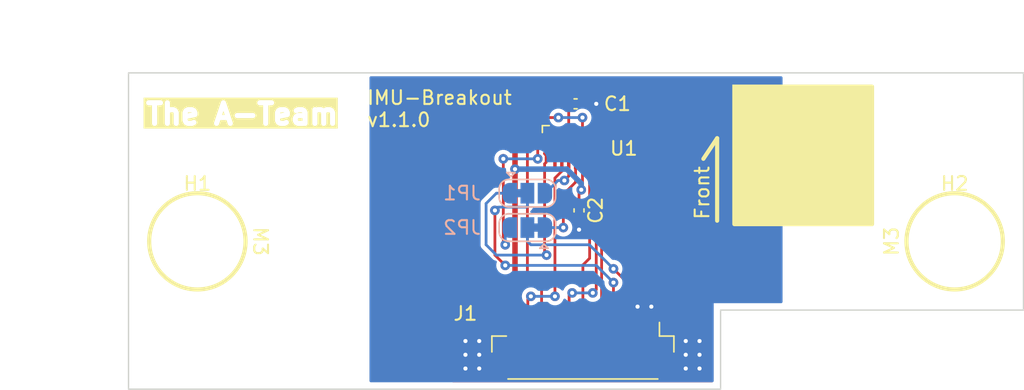
<source format=kicad_pcb>
(kicad_pcb (version 20221018) (generator pcbnew)
  (layers (0 "F.Cu" signal) (31 "B.Cu" signal) (34 "B.Paste" user) (35 "F.Paste" user) (36 "B.SilkS" user "B.Silkscreen") (37 "F.SilkS" user "F.Silkscreen") (38 "B.Mask" user) (39 "F.Mask" user) (44 "Edge.Cuts" user))
  (net 0 "")
  (net 1 "GND")
  (net 2 "+3V3")
  (net 3 "/IMU.INT2")
  (net 4 "/IMU.~{SS}2")
  (net 5 "/IMU.MOSI")
  (net 6 "/IMU.MISO")
  (net 7 "/INT1_ACCINT1")
  (net 8 "/INT4_GYROINT2")
  (net 9 "/IMU.~{SS}1")
  (net 10 "/IMU.INT1")
  (net 12 "/IMU.SCK")
  (net 13 "/INT3_GYROINT1")
  (net 14 "/INT2_ACCINT2")
  (footprint "Capacitor_SMD:C_0402_1005Metric" (layer "F.Cu") (at 118.39 87.55 -90)
    (fp_text reference "C2" (at 0 -1.2 90) (layer "F.SilkS"))
    (fp_text value "0.1uF 63V")
    (fp_line (start -0.107836 -0.36) (end 0.107836 -0.36) (stroke (width 0.12)) (layer "F.SilkS"))
    (fp_line (start -0.107836 0.36) (end 0.107836 0.36) (stroke (width 0.12)) (layer "F.SilkS"))
    (pad "1" smd roundrect (at -0.48 0 270) (size 0.56 0.62) (layers "F.Cu" "F.Paste" "F.Mask") (net 2 "+3V3"))
    (pad "2" smd roundrect (at 0.48 0 270) (size 0.56 0.62) (layers "F.Cu" "F.Paste" "F.Mask") (net 1 "GND"))
  )
  (footprint "Connector_JST:JST_SH_BM11B-SRSS-TB_1x11-1MP_P1.00mm_Vertical" (layer "F.Cu") (at 118.67 97.8 180)
    (fp_text reference "J1" (at 8.53 2.75) (layer "F.SilkS"))
    (fp_text value "BM11B-SRSS-TB")
    (fp_line (start -6.61 -0.04) (end -6.61 1.11) (stroke (width 0.12)) (layer "F.SilkS"))
    (fp_line (start -6.61 1.11) (end -5.56 1.11) (stroke (width 0.12)) (layer "F.SilkS"))
    (fp_line (start -5.56 1.11) (end -5.56 2.1) (stroke (width 0.12)) (layer "F.SilkS"))
    (fp_line (start -5.44 -2.01) (end 5.44 -2.01) (stroke (width 0.12)) (layer "F.SilkS"))
    (fp_line (start 6.61 -0.04) (end 6.61 1.11) (stroke (width 0.12)) (layer "F.SilkS"))
    (fp_line (start 6.61 1.11) (end 5.56 1.11) (stroke (width 0.12)) (layer "F.SilkS"))
    (pad "1" smd roundrect (at -5 1.325 180) (size 0.6 1.55) (layers "F.Cu" "F.Paste" "F.Mask") (net 1 "GND"))
    (pad "2" smd roundrect (at -4 1.325 180) (size 0.6 1.55) (layers "F.Cu" "F.Paste" "F.Mask") (net 1 "GND"))
    (pad "3" smd roundrect (at -3 1.325 180) (size 0.6 1.55) (layers "F.Cu" "F.Paste" "F.Mask") (net 3 "/IMU.INT2"))
    (pad "4" smd roundrect (at -2 1.325 180) (size 0.6 1.55) (layers "F.Cu" "F.Paste" "F.Mask") (net 10 "/IMU.INT1"))
    (pad "5" smd roundrect (at -1 1.325 180) (size 0.6 1.55) (layers "F.Cu" "F.Paste" "F.Mask") (net 12 "/IMU.SCK"))
    (pad "6" smd roundrect (at 0 1.325 180) (size 0.6 1.55) (layers "F.Cu" "F.Paste" "F.Mask") (net 6 "/IMU.MISO"))
    (pad "7" smd roundrect (at 1 1.325 180) (size 0.6 1.55) (layers "F.Cu" "F.Paste" "F.Mask") (net 5 "/IMU.MOSI"))
    (pad "8" smd roundrect (at 2 1.325 180) (size 0.6 1.55) (layers "F.Cu" "F.Paste" "F.Mask"))
    (pad "9" smd roundrect (at 3 1.325 180) (size 0.6 1.55) (layers "F.Cu" "F.Paste" "F.Mask") (net 4 "/IMU.~{SS}2"))
    (pad "10" smd roundrect (at 4 1.325 180) (size 0.6 1.55) (layers "F.Cu" "F.Paste" "F.Mask") (net 9 "/IMU.~{SS}1"))
    (pad "11" smd roundrect (at 5 1.325 180) (size 0.6 1.55) (layers "F.Cu" "F.Paste" "F.Mask") (net 2 "+3V3"))
    (pad "MP" smd roundrect (at -6.3 -1.2 180) (size 1.2 1.8) (layers "F.Cu" "F.Paste" "F.Mask") (roundrect_rratio 0.2083333333) (net 1 "GND"))
    (pad "MP" smd roundrect (at 6.3 -1.2 180) (size 1.2 1.8) (layers "F.Cu" "F.Paste" "F.Mask") (roundrect_rratio 0.2083333333) (net 1 "GND"))
  )
  (footprint "MountingHole:MountingHole_3.2mm_M3" (layer "F.Cu") (at 90.67 89.8)
    (fp_text reference "H1" (at 0 -4.2) (layer "F.SilkS"))
    (fp_text value "M3")
    (pad "" np_thru_hole circle (at 0 0) (size 3.2 3.2) (drill 3.2) (layers "*.Cu" "*.Mask"))
  )
  (footprint "AT-IMU:LGA-16_3.0x4.5x0.95mm" (layer "F.Cu") (at 118.14 83.05)
    (fp_text reference "U1" (at 3.5 0) (layer "F.SilkS"))
    (fp_text value "BMI085")
    (fp_line (start -2.415 -1.665) (end -1.915 -1.665) (stroke (width 0.12)) (layer "F.SilkS"))
    (fp_line (start -2.415 -1.165) (end -2.415 -1.665) (stroke (width 0.12)) (layer "F.SilkS"))
    (pad "1" smd rect (at -1.5 -1.165) (size 0.25 0.675) (layers "F.Cu" "F.Paste" "F.Mask") (net 14 "/INT2_ACCINT2"))
    (pad "2" smd rect (at -1 -1.165) (size 0.25 0.675) (layers "F.Cu" "F.Paste" "F.Mask") (net 1 "GND"))
    (pad "3" smd rect (at -0.5 -1.165) (size 0.25 0.675) (layers "F.Cu" "F.Paste" "F.Mask") (net 2 "+3V3"))
    (pad "4" smd rect (at 0 -1.165) (size 0.25 0.675) (layers "F.Cu" "F.Paste" "F.Mask") (net 1 "GND"))
    (pad "5" smd rect (at 0.5 -1.165) (size 0.25 0.675) (layers "F.Cu" "F.Paste" "F.Mask") (net 4 "/IMU.~{SS}2"))
    (pad "6" smd rect (at 1 -1.165) (size 0.25 0.675) (layers "F.Cu" "F.Paste" "F.Mask") (net 1 "GND"))
    (pad "7" smd rect (at 1.5 -1.165) (size 0.25 0.675) (layers "F.Cu" "F.Paste" "F.Mask") (net 1 "GND"))
    (pad "8" smd rect (at 1.915 0 270) (size 0.25 0.675) (layers "F.Cu" "F.Paste" "F.Mask") (net 12 "/IMU.SCK"))
    (pad "9" smd rect (at 1.5 1.165) (size 0.25 0.675) (layers "F.Cu" "F.Paste" "F.Mask") (net 5 "/IMU.MOSI"))
    (pad "10" smd rect (at 1 1.165) (size 0.25 0.675) (layers "F.Cu" "F.Paste" "F.Mask") (net 6 "/IMU.MISO"))
    (pad "11" smd rect (at 0.5 1.165) (size 0.25 0.675) (layers "F.Cu" "F.Paste" "F.Mask") (net 2 "+3V3"))
    (pad "12" smd rect (at 0 1.165) (size 0.25 0.675) (layers "F.Cu" "F.Paste" "F.Mask") (net 13 "/INT3_GYROINT1"))
    (pad "13" smd rect (at -0.5 1.165) (size 0.25 0.675) (layers "F.Cu" "F.Paste" "F.Mask") (net 8 "/INT4_GYROINT2"))
    (pad "14" smd rect (at -1 1.165) (size 0.25 0.675) (layers "F.Cu" "F.Paste" "F.Mask") (net 9 "/IMU.~{SS}1"))
    (pad "15" smd rect (at -1.5 1.165) (size 0.25 0.675) (layers "F.Cu" "F.Paste" "F.Mask") (net 6 "/IMU.MISO"))
    (pad "16" smd rect (at -1.915 0 90) (size 0.25 0.675) (layers "F.Cu" "F.Paste" "F.Mask") (net 7 "/INT1_ACCINT1"))
  )
  (footprint "MountingHole:MountingHole_3.2mm_M3" (layer "F.Cu") (at 145.67 89.8)
    (fp_text reference "H2" (at 0 -4.2) (layer "F.SilkS"))
    (fp_text value "M3")
    (pad "" np_thru_hole circle (at 0 0) (size 3.2 3.2) (drill 3.2) (layers "*.Cu" "*.Mask"))
  )
  (footprint "Capacitor_SMD:C_0402_1005Metric" (layer "F.Cu") (at 118.14 79.8)
    (fp_text reference "C1" (at 3.03 0) (layer "F.SilkS"))
    (fp_text value "0.1uF 63V")
    (fp_line (start -0.107836 -0.36) (end 0.107836 -0.36) (stroke (width 0.12)) (layer "F.SilkS"))
    (fp_line (start -0.107836 0.36) (end 0.107836 0.36) (stroke (width 0.12)) (layer "F.SilkS"))
    (pad "1" smd roundrect (at -0.48 0) (size 0.56 0.62) (layers "F.Cu" "F.Paste" "F.Mask") (net 2 "+3V3"))
    (pad "2" smd roundrect (at 0.48 0) (size 0.56 0.62) (layers "F.Cu" "F.Paste" "F.Mask") (net 1 "GND"))
  )
  (footprint "Jumper:SolderJumper-3_P1.3mm_Bridged12_RoundedPad1.0x1.5mm" (layer "B.Cu") (at 114.64 88.8 180)
    (fp_text reference "JP2" (at 4.75 0) (layer "B.SilkS") (effects (justify mirror)))
    (fp_text value "SolderJumper_3_Bridged12")
    (fp_poly (pts (xy -0.9 0.3) (xy -0.4 0.3) (xy -0.4 -0.3) (xy -0.9 -0.3)) (fill solid) (layer "B.Cu"))
    (fp_line (start -2.05 -0.3) (end -2.05 0.3) (stroke (width 0.12)) (layer "B.SilkS"))
    (fp_line (start -1.5 -1.5) (end -0.9 -1.5) (stroke (width 0.12)) (layer "B.SilkS"))
    (fp_line (start -1.4 1) (end 1.4 1) (stroke (width 0.12)) (layer "B.SilkS"))
    (fp_line (start -1.2 -1.2) (end -1.5 -1.5) (stroke (width 0.12)) (layer "B.SilkS"))
    (fp_line (start -1.2 -1.2) (end -0.9 -1.5) (stroke (width 0.12)) (layer "B.SilkS"))
    (fp_line (start 1.4 -1) (end -1.4 -1) (stroke (width 0.12)) (layer "B.SilkS"))
    (fp_line (start 2.05 0.3) (end 2.05 -0.3) (stroke (width 0.12)) (layer "B.SilkS"))
    (fp_arc (start -2.05 -0.3) (mid -1.844975 -0.794975) (end -1.35 -1) (stroke (width 0.12)) (layer "B.SilkS"))
    (fp_arc (start -1.35 1) (mid -1.844975 0.794975) (end -2.05 0.3) (stroke (width 0.12)) (layer "B.SilkS"))
    (fp_arc (start 1.35 -1) (mid 1.844975 -0.794975) (end 2.05 -0.3) (stroke (width 0.12)) (layer "B.SilkS"))
    (fp_arc (start 2.05 0.3) (mid 1.844975 0.794975) (end 1.35 1) (stroke (width 0.12)) (layer "B.SilkS"))
    (pad "1" smd custom (at -1.3 0 180) (size 1 0.5) (layers "B.Cu" "B.Mask") (net 13 "/INT3_GYROINT1") (options (clearance outline) (anchor rect)) (primitives (gr_circle (center 0 -0.25) (end 0.5 -0.25) (width 0) (fill yes)) (gr_circle (center 0 0.25) (end 0.5 0.25) (width 0) (fill yes)) (gr_poly (pts (xy 0.55 -0.75) (xy 0 -0.75) (xy 0 0.75) (xy 0.55 0.75)) (width 0) (fill yes))))
    (pad "2" smd rect (at 0 0 180) (size 1 1.5) (layers "B.Cu" "B.Mask") (net 3 "/IMU.INT2"))
    (pad "3" smd custom (at 1.3 0 180) (size 1 0.5) (layers "B.Cu" "B.Mask") (net 14 "/INT2_ACCINT2") (options (clearance outline) (anchor rect)) (primitives (gr_circle (center 0 -0.25) (end 0.5 -0.25) (width 0) (fill yes)) (gr_circle (center 0 0.25) (end 0.5 0.25) (width 0) (fill yes)) (gr_poly (pts (xy 0 -0.75) (xy -0.55 -0.75) (xy -0.55 0.75) (xy 0 0.75)) (width 0) (fill yes))))
  )
  (footprint "Jumper:SolderJumper-3_P1.3mm_Bridged12_RoundedPad1.0x1.5mm" (layer "B.Cu") (at 114.64 86.3)
    (fp_text reference "JP1" (at -4.75 0) (layer "B.SilkS") (effects (justify mirror)))
    (fp_text value "SolderJumper_3_Bridged12")
    (fp_poly (pts (xy -0.9 0.3) (xy -0.4 0.3) (xy -0.4 -0.3) (xy -0.9 -0.3)) (fill solid) (layer "B.Cu"))
    (fp_line (start -2.05 -0.3) (end -2.05 0.3) (stroke (width 0.12)) (layer "B.SilkS"))
    (fp_line (start -1.5 -1.5) (end -0.9 -1.5) (stroke (width 0.12)) (layer "B.SilkS"))
    (fp_line (start -1.4 1) (end 1.4 1) (stroke (width 0.12)) (layer "B.SilkS"))
    (fp_line (start -1.2 -1.2) (end -1.5 -1.5) (stroke (width 0.12)) (layer "B.SilkS"))
    (fp_line (start -1.2 -1.2) (end -0.9 -1.5) (stroke (width 0.12)) (layer "B.SilkS"))
    (fp_line (start 1.4 -1) (end -1.4 -1) (stroke (width 0.12)) (layer "B.SilkS"))
    (fp_line (start 2.05 0.3) (end 2.05 -0.3) (stroke (width 0.12)) (layer "B.SilkS"))
    (fp_arc (start -2.05 -0.3) (mid -1.844975 -0.794975) (end -1.35 -1) (stroke (width 0.12)) (layer "B.SilkS"))
    (fp_arc (start -1.35 1) (mid -1.844975 0.794975) (end -2.05 0.3) (stroke (width 0.12)) (layer "B.SilkS"))
    (fp_arc (start 1.35 -1) (mid 1.844975 -0.794975) (end 2.05 -0.3) (stroke (width 0.12)) (layer "B.SilkS"))
    (fp_arc (start 2.05 0.3) (mid 1.844975 0.794975) (end 1.35 1) (stroke (width 0.12)) (layer "B.SilkS"))
    (pad "1" smd custom (at -1.3 0) (size 1 0.5) (layers "B.Cu" "B.Mask") (net 7 "/INT1_ACCINT1") (options (clearance outline) (anchor rect)) (primitives (gr_circle (center 0 -0.25) (end 0.5 -0.25) (width 0) (fill yes)) (gr_circle (center 0 0.25) (end 0.5 0.25) (width 0) (fill yes)) (gr_poly (pts (xy 0.55 -0.75) (xy 0 -0.75) (xy 0 0.75) (xy 0.55 0.75)) (width 0) (fill yes))))
    (pad "2" smd rect (at 0 0) (size 1 1.5) (layers "B.Cu" "B.Mask") (net 10 "/IMU.INT1"))
    (pad "3" smd custom (at 1.3 0) (size 1 0.5) (layers "B.Cu" "B.Mask") (net 8 "/INT4_GYROINT2") (options (clearance outline) (anchor rect)) (primitives (gr_circle (center 0 -0.25) (end 0.5 -0.25) (width 0) (fill yes)) (gr_circle (center 0 0.25) (end 0.5 0.25) (width 0) (fill yes)) (gr_poly (pts (xy 0 -0.75) (xy -0.55 -0.75) (xy -0.55 0.75) (xy 0 0.75)) (width 0) (fill yes))))
  )
  (gr_rect (start 129.67 78.55) (end 139.67 88.55) (stroke (width 0.3)) (fill solid) (layer "F.SilkS"))
  (gr_circle (center 90.67 89.8) (end 94.17 89.8) (stroke (width 0.3)) (fill none) (layer "F.SilkS"))
  (gr_line (start 128.42 88.3) (end 128.42 82.3) (stroke (width 0.3)) (layer "F.SilkS"))
  (gr_line (start 128.42 82.3) (end 127.42 83.8) (stroke (width 0.3)) (layer "F.SilkS"))
  (gr_circle (center 145.67 89.8) (end 149.17 89.8) (stroke (width 0.3)) (fill none) (layer "F.SilkS"))
  (gr_poly (pts (xy 85.67 77.55) (xy 150.67 77.55) (xy 150.67 94.8) (xy 128.67 94.8) (xy 128.67 100.55) (xy 85.67 100.55)) (stroke (width 0.1)) (fill none) (layer "Edge.Cuts"))
  (gr_text "IMU-Breakout\nv1.1.0" (at 102.92 81.55) (layer "F.SilkS") (effects (font (size 1 1)) (justify left bottom)))
  (gr_text "M3" (at 141.67 89.8 90) (layer "F.SilkS") (effects (font (size 1 1)) (justify bottom)))
  (gr_text "The A-Team" (at 93.92 80.55) (layer "F.SilkS" knockout) (effects (font (size 1.5 1.5) (thickness 0.375) bold)))
  (gr_text "Front" (at 127.92 88.3 90) (layer "F.SilkS") (effects (font (size 1 1)) (justify left bottom)))
  (gr_text "M3" (at 94.67 89.8 -90) (layer "F.SilkS") (effects (font (size 1 1)) (justify bottom)))
  (segment (start 117.34 82.65) (end 118.14 82.65) (width 0.2) (layer "F.Cu") (net 1))
  (segment (start 119.14 81.885) (end 119.64 81.885) (width 0.2) (layer "F.Cu") (net 1))
  (segment (start 123.67 96.475) (end 123.67 94.58) (width 0.4) (layer "F.Cu") (net 1))
  (segment (start 118.39 88.03) (end 118.39 88.95) (width 0.2) (layer "F.Cu") (net 1))
  (segment (start 123.67 94.58) (end 123.64 94.55) (width 0.4) (layer "F.Cu") (net 1))
  (segment (start 117.14 82.45) (end 117.34 82.65) (width 0.2) (layer "F.Cu") (net 1))
  (segment (start 117.14 81.885) (end 117.14 82.45) (width 0.2) (layer "F.Cu") (net 1))
  (segment (start 118.14 82.65) (end 118.94 82.65) (width 0.2) (layer "F.Cu") (net 1))
  (segment (start 119.64 79.8) (end 119.64 81.885) (width 0.2) (layer "F.Cu") (net 1))
  (segment (start 122.67 96.475) (end 122.67 94.58) (width 0.2) (layer "F.Cu") (net 1))
  (segment (start 118.62 79.8) (end 119.64 79.8) (width 0.2) (layer "F.Cu") (net 1))
  (segment (start 118.94 82.65) (end 119.14 82.45) (width 0.2) (layer "F.Cu") (net 1))
  (segment (start 119.14 82.45) (end 119.14 81.885) (width 0.2) (layer "F.Cu") (net 1))
  (segment (start 118.14 81.885) (end 118.14 82.65) (width 0.2) (layer "F.Cu") (net 1))
  (segment (start 122.67 94.58) (end 122.64 94.55) (width 0.2) (layer "F.Cu") (net 1))
  (via (at 118.39 88.95) (size 0.7) (drill 0.3) (layers "F.Cu" "B.Cu") (net 1))
  (via (at 111.14 98.05) (size 0.7) (drill 0.3) (layers "F.Cu" "B.Cu") (net 1))
  (via (at 119.64 79.8) (size 0.7) (drill 0.3) (layers "F.Cu" "B.Cu") (net 1))
  (via (at 110.14 97.05) (size 0.7) (drill 0.3) (layers "F.Cu" "B.Cu") (net 1))
  (via (at 110.14 98.05) (size 0.7) (drill 0.3) (layers "F.Cu" "B.Cu") (net 1))
  (via (at 123.64 94.55) (size 0.7) (drill 0.3) (layers "F.Cu" "B.Cu") (net 1))
  (via (at 111.14 97.05) (size 0.7) (drill 0.3) (layers "F.Cu" "B.Cu") (net 1))
  (via (at 126.14 98.05) (size 0.7) (drill 0.3) (layers "F.Cu" "B.Cu") (net 1))
  (via (at 127.14 99.05) (size 0.7) (drill 0.3) (layers "F.Cu" "B.Cu") (net 1))
  (via (at 127.14 98.05) (size 0.7) (drill 0.3) (layers "F.Cu" "B.Cu") (net 1))
  (via (at 127.14 97.05) (size 0.7) (drill 0.3) (layers "F.Cu" "B.Cu") (net 1))
  (via (at 126.14 97.05) (size 0.7) (drill 0.3) (layers "F.Cu" "B.Cu") (net 1))
  (via (at 110.14 99.05) (size 0.7) (drill 0.3) (layers "F.Cu" "B.Cu") (net 1))
  (via (at 122.64 94.55) (size 0.7) (drill 0.3) (layers "F.Cu" "B.Cu") (net 1))
  (via (at 111.14 99.05) (size 0.7) (drill 0.3) (layers "F.Cu" "B.Cu") (net 1))
  (via (at 126.14 99.05) (size 0.7) (drill 0.3) (layers "F.Cu" "B.Cu") (net 1))
  (segment (start 118.64 85.9605) (end 118.64 84.215) (width 0.2) (layer "F.Cu") (net 2))
  (segment (start 113.74 82.05) (end 115.99 79.8) (width 0.4) (layer "F.Cu") (net 2))
  (segment (start 115.99 79.8) (end 117.66 79.8) (width 0.4) (layer "F.Cu") (net 2))
  (segment (start 113.74 96.405) (end 113.74 82.05) (width 0.4) (layer "F.Cu") (net 2))
  (segment (start 117.64 81.885) (end 117.64 79.82) (width 0.2) (layer "F.Cu") (net 2))
  (segment (start 113.67 96.475) (end 113.74 96.405) (width 0.4) (layer "F.Cu") (net 2))
  (segment (start 118.39 87.07) (end 118.39 86.2105) (width 0.2) (layer "F.Cu") (net 2))
  (segment (start 117.64 79.82) (end 117.66 79.8) (width 0.2) (layer "F.Cu") (net 2))
  (segment (start 118.5505 86.05) (end 118.64 85.9605) (width 0.2) (layer "F.Cu") (net 2))
  (segment (start 118.39 86.2105) (end 118.5505 86.05) (width 0.2) (layer "F.Cu") (net 2))
  (via (at 113.74 84.55) (size 0.7) (drill 0.3) (layers "F.Cu" "B.Cu") (net 2))
  (via (at 118.5505 86.05) (size 0.7) (drill 0.3) (layers "F.Cu" "B.Cu") (net 2))
  (segment (start 118.5505 85.596908) (end 118.5505 86.05) (width 0.4) (layer "B.Cu") (net 2))
  (segment (start 117.503592 84.55) (end 118.5505 85.596908) (width 0.4) (layer "B.Cu") (net 2))
  (segment (start 113.74 84.55) (end 117.503592 84.55) (width 0.4) (layer "B.Cu") (net 2))
  (segment (start 121.67 92.58) (end 120.89 91.8) (width 0.2) (layer "F.Cu") (net 3))
  (segment (start 121.67 96.475) (end 121.67 92.58) (width 0.2) (layer "F.Cu") (net 3))
  (via (at 120.89 91.8) (size 0.7) (drill 0.3) (layers "F.Cu" "B.Cu") (net 3))
  (segment (start 119.14 90.05) (end 120.89 91.8) (width 0.2) (layer "B.Cu") (net 3))
  (segment (start 114.64 89.8) (end 114.89 90.05) (width 0.2) (layer "B.Cu") (net 3))
  (segment (start 114.89 90.05) (end 119.14 90.05) (width 0.2) (layer "B.Cu") (net 3))
  (segment (start 114.64 88.55) (end 114.64 89.8) (width 0.2) (layer "B.Cu") (net 3))
  (segment (start 114.64 92.3) (end 114.64 87.3) (width 0.2) (layer "F.Cu") (net 4))
  (segment (start 114.64 87.3) (end 114.64 82.3) (width 0.2) (layer "F.Cu") (net 4))
  (segment (start 115.67 96.475) (end 115.67 93.33) (width 0.2) (layer "F.Cu") (net 4))
  (segment (start 116.14 80.8) (end 116.89 80.8) (width 0.2) (layer "F.Cu") (net 4))
  (segment (start 114.64 82.3) (end 115.64 81.3) (width 0.2) (layer "F.Cu") (net 4))
  (segment (start 115.64 81.3) (end 116.14 80.8) (width 0.2) (layer "F.Cu") (net 4))
  (segment (start 118.64 81.885) (end 118.64 80.8) (width 0.2) (layer "F.Cu") (net 4))
  (segment (start 115.67 93.33) (end 114.89 92.55) (width 0.2) (layer "F.Cu") (net 4))
  (segment (start 114.89 92.55) (end 114.64 92.3) (width 0.2) (layer "F.Cu") (net 4))
  (via (at 118.64 80.8) (size 0.7) (drill 0.3) (layers "F.Cu" "B.Cu") (net 4))
  (via (at 116.89 80.8) (size 0.7) (drill 0.3) (layers "F.Cu" "B.Cu") (net 4))
  (segment (start 116.89 80.8) (end 118.64 80.8) (width 0.2) (layer "B.Cu") (net 4))
  (segment (start 117.89 93.55) (end 117.67 93.77) (width 0.2) (layer "F.Cu") (net 5))
  (segment (start 117.67 93.77) (end 117.67 96.475) (width 0.2) (layer "F.Cu") (net 5))
  (segment (start 119.39 93.55) (end 119.64 93.3) (width 0.2) (layer "F.Cu") (net 5))
  (segment (start 119.64 93.3) (end 119.64 84.215) (width 0.2) (layer "F.Cu") (net 5))
  (via (at 117.89 93.55) (size 0.7) (drill 0.3) (layers "F.Cu" "B.Cu") (net 5))
  (via (at 119.39 93.55) (size 0.7) (drill 0.3) (layers "F.Cu" "B.Cu") (net 5))
  (segment (start 119.39 93.55) (end 117.89 93.55) (width 0.2) (layer "B.Cu") (net 5))
  (segment (start 119.14 83.79125) (end 119.14 84.215) (width 0.2) (layer "F.Cu") (net 6))
  (segment (start 119.14 84.215) (end 119.16 84.235) (width 0.2) (layer "F.Cu") (net 6))
  (segment (start 116.94 83.45) (end 118.79875 83.45) (width 0.2) (layer "F.Cu") (net 6))
  (segment (start 116.64 84.215) (end 116.64 83.75) (width 0.2) (layer "F.Cu") (net 6))
  (segment (start 119.16 91.03) (end 118.67 91.52) (width 0.2) (layer "F.Cu") (net 6))
  (segment (start 118.79875 83.45) (end 119.14 83.79125) (width 0.2) (layer "F.Cu") (net 6))
  (segment (start 116.64 83.75) (end 116.94 83.45) (width 0.2) (layer "F.Cu") (net 6))
  (segment (start 118.67 91.52) (end 118.67 96.475) (width 0.2) (layer "F.Cu") (net 6))
  (segment (start 119.16 84.235) (end 119.16 91.03) (width 0.2) (layer "F.Cu") (net 6))
  (segment (start 116.0305 90.8) (end 115.89 90.6595) (width 0.2) (layer "F.Cu") (net 7))
  (segment (start 116 84.052671) (end 116 83.547329) (width 0.2) (layer "F.Cu") (net 7))
  (segment (start 115.89 84.162671) (end 116 84.052671) (width 0.2) (layer "F.Cu") (net 7))
  (segment (start 115.89 90.6595) (end 115.89 84.162671) (width 0.2) (layer "F.Cu") (net 7))
  (segment (start 116 83.547329) (end 115.89 83.437329) (width 0.2) (layer "F.Cu") (net 7))
  (segment (start 115.89 83.385) (end 116.225 83.05) (width 0.2) (layer "F.Cu") (net 7))
  (segment (start 115.89 83.437329) (end 115.89 83.385) (width 0.2) (layer "F.Cu") (net 7))
  (via (at 116.0305 90.8) (size 0.7) (drill 0.3) (layers "F.Cu" "B.Cu") (net 7))
  (segment (start 116.0305 90.8) (end 112.39 90.8) (width 0.2) (layer "B.Cu") (net 7))
  (segment (start 112.39 90.8) (end 111.64 90.05) (width 0.2) (layer "B.Cu") (net 7))
  (segment (start 112.39 86.3) (end 113.34 86.3) (width 0.2) (layer "B.Cu") (net 7))
  (segment (start 111.64 87.05) (end 112.39 86.3) (width 0.2) (layer "B.Cu") (net 7))
  (segment (start 111.64 90.05) (end 111.64 87.05) (width 0.2) (layer "B.Cu") (net 7))
  (segment (start 117.64 85.059464) (end 117.324482 85.374982) (width 0.2) (layer "F.Cu") (net 8))
  (segment (start 117.64 84.215) (end 117.64 85.059464) (width 0.2) (layer "F.Cu") (net 8))
  (via (at 117.324482 85.374982) (size 0.7) (drill 0.3) (layers "F.Cu" "B.Cu") (net 8))
  (segment (start 117.324482 85.374982) (end 116.865018 85.374982) (width 0.2) (layer "B.Cu") (net 8))
  (segment (start 116.865018 85.374982) (end 115.94 86.3) (width 0.2) (layer "B.Cu") (net 8))
  (segment (start 114.67 96.475) (end 114.67 94.02) (width 0.2) (layer "F.Cu") (net 9))
  (segment (start 116.64 93.8) (end 116.64 85.1975) (width 0.2) (layer "F.Cu") (net 9))
  (segment (start 116.64 85.1975) (end 117.14 84.6975) (width 0.2) (layer "F.Cu") (net 9))
  (segment (start 117.14 84.6975) (end 117.14 84.215) (width 0.2) (layer "F.Cu") (net 9))
  (segment (start 114.67 94.02) (end 114.89 93.8) (width 0.2) (layer "F.Cu") (net 9))
  (via (at 114.89 93.8) (size 0.7) (drill 0.3) (layers "F.Cu" "B.Cu") (net 9))
  (via (at 116.64 93.8) (size 0.7) (drill 0.3) (layers "F.Cu" "B.Cu") (net 9))
  (segment (start 114.89 93.8) (end 116.64 93.8) (width 0.2) (layer "B.Cu") (net 9))
  (segment (start 112.2805 87.55) (end 112.2805 90.8) (width 0.2) (layer "F.Cu") (net 10))
  (segment (start 120.89 96.255) (end 120.67 96.475) (width 0.2) (layer "F.Cu") (net 10))
  (segment (start 112.2805 90.8) (end 113.0305 91.55) (width 0.2) (layer "F.Cu") (net 10))
  (segment (start 120.89 92.8) (end 120.89 96.255) (width 0.2) (layer "F.Cu") (net 10))
  (via (at 113.0305 91.55) (size 0.7) (drill 0.3) (layers "F.Cu" "B.Cu") (net 10))
  (via (at 120.89 92.8) (size 0.7) (drill 0.3) (layers "F.Cu" "B.Cu") (net 10))
  (via (at 112.2805 87.55) (size 0.7) (drill 0.3) (layers "F.Cu" "B.Cu") (net 10))
  (segment (start 113.0305 91.55) (end 119.64 91.55) (width 0.2) (layer "B.Cu") (net 10))
  (segment (start 114.58 87.31) (end 112.5205 87.31) (width 0.2) (layer "B.Cu") (net 10))
  (segment (start 114.64 87.25) (end 114.58 87.31) (width 0.2) (layer "B.Cu") (net 10))
  (segment (start 114.64 86.3) (end 114.64 87.25) (width 0.2) (layer "B.Cu") (net 10))
  (segment (start 112.5205 87.31) (end 112.2805 87.55) (width 0.2) (layer "B.Cu") (net 10))
  (segment (start 119.64 91.55) (end 120.89 92.8) (width 0.2) (layer "B.Cu") (net 10))
  (segment (start 120.03 94.91) (end 120.03 83.075) (width 0.2) (layer "F.Cu") (net 12))
  (segment (start 120.03 83.075) (end 120.055 83.05) (width 0.2) (layer "F.Cu") (net 12))
  (segment (start 119.67 95.27) (end 120.03 94.91) (width 0.2) (layer "F.Cu") (net 12))
  (segment (start 119.67 96.475) (end 119.67 95.27) (width 0.2) (layer "F.Cu") (net 12))
  (segment (start 117.2495 88.55) (end 117.2495 86.38848) (width 0.2) (layer "F.Cu") (net 13))
  (segment (start 118.14 85.49798) (end 118.14 84.215) (width 0.2) (layer "F.Cu") (net 13))
  (segment (start 117.2495 86.38848) (end 118.14 85.49798) (width 0.2) (layer "F.Cu") (net 13))
  (via (at 117.2495 88.8) (size 0.7) (drill 0.3) (layers "F.Cu" "B.Cu") (net 13))
  (segment (start 117.2495 88.8) (end 115.94 88.8) (width 0.2) (layer "B.Cu") (net 13))
  (segment (start 116.305 81.885) (end 116.64 81.885) (width 0.2) (layer "F.Cu") (net 14))
  (segment (start 112.89 83.8) (end 112.89 89.9095) (width 0.2) (layer "F.Cu") (net 14))
  (segment (start 115.39 82.8) (end 116.305 81.885) (width 0.2) (layer "F.Cu") (net 14))
  (segment (start 112.89 89.9095) (end 113.0305 90.05) (width 0.2) (layer "F.Cu") (net 14))
  (segment (start 115.39 83.8) (end 115.39 82.8) (width 0.2) (layer "F.Cu") (net 14))
  (via (at 112.89 83.8) (size 0.7) (drill 0.3) (layers "F.Cu" "B.Cu") (net 14))
  (via (at 115.39 83.8) (size 0.7) (drill 0.3) (layers "F.Cu" "B.Cu") (net 14))
  (via (at 113.0305 90.05) (size 0.7) (drill 0.3) (layers "F.Cu" "B.Cu") (net 14))
  (segment (start 113.0305 88.8595) (end 113.34 88.55) (width 0.2) (layer "B.Cu") (net 14))
  (segment (start 113.0305 90.05) (end 113.0305 88.8595) (width 0.2) (layer "B.Cu") (net 14))
  (segment (start 115.39 83.8) (end 112.89 83.8) (width 0.2) (layer "B.Cu") (net 14))
  (zone (net 1) (net_name "GND") (layer "F.Cu") (connect_pads yes (clearance 0.3)) (min_thickness 0.2) (fill yes (thermal_gap 0.2) (thermal_bridge_width 0.2))
    (polygon (pts (xy 109.14 100.05) (xy 128.14 100.05) (xy 128.14 96.05) (xy 109.14 96.05)))
  )
  (zone (net 1) (net_name "GND") (layer "B.Cu") (connect_pads yes (clearance 0.3)) (min_thickness 0.2) (fill yes (thermal_gap 0.2) (thermal_bridge_width 0.2))
    (polygon (pts (xy 133.17 94.3) (xy 128.17 94.3) (xy 128.17 100.05) (xy 103.17 100.05) (xy 103.17 77.8) (xy 133.17 77.8)))
  )
)
</source>
